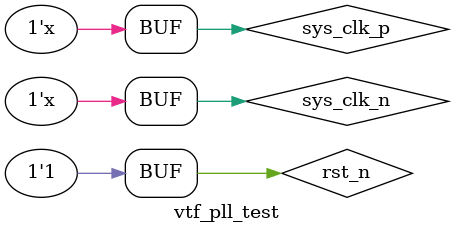
<source format=v>
`timescale 1ns / 1ps

`timescale 100ps / 1ps
//////////////////////////////////////////////////////////////////////////////////
// Module Name: vtf_led_test
//////////////////////////////////////////////////////////////////////////////////

module vtf_pll_test;
	// Inputs
	reg sys_clk_p;
    wire sys_clk_n;
	reg rst_n;

	// Outputs
    wire clk_out;

	// Instantiate the Unit Under Test (UUT)
	pll_test uut (
		.sys_clk_p(sys_clk_p), 
		.sys_clk_n(sys_clk_n), 			
		.rst_n(rst_n), 
		.clk_out(clk_out)
	);

	initial begin
		// Initialize Inputs
		sys_clk_p = 0;
		rst_n = 0;

		// Wait 100 ns for global reset to finish
		#100;
          rst_n = 1;        
		// Add stimulus here
		#20000;
      //  $stop;
	 end
   
    always #2.5 sys_clk_p = ~ sys_clk_p;   //5ns一个周期，产生200MHz时钟源
    assign sys_clk_n=~sys_clk_p;
   
endmodule
</source>
